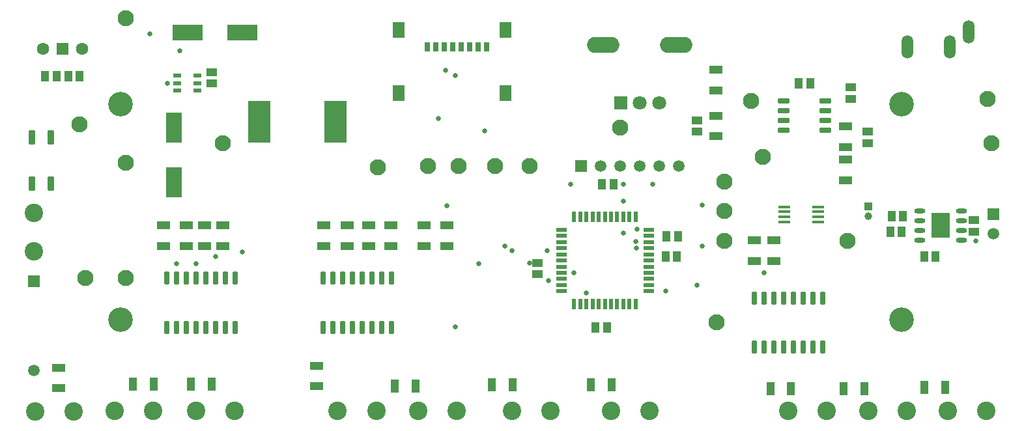
<source format=gbr>
%TF.GenerationSoftware,Altium Limited,Altium Designer,22.7.1 (60)*%
G04 Layer_Color=8388736*
%FSLAX43Y43*%
%MOMM*%
%TF.SameCoordinates,1608F762-6F3A-48E5-B14A-7665CB884DB8*%
%TF.FilePolarity,Negative*%
%TF.FileFunction,Soldermask,Top*%
%TF.Part,Single*%
G01*
G75*
%TA.AperFunction,SMDPad,CuDef*%
%ADD10R,1.346X0.508*%
%ADD11R,0.508X1.346*%
%ADD12O,1.450X0.600*%
%ADD13R,2.400X3.200*%
%ADD14R,1.100X1.400*%
%ADD15R,1.400X1.100*%
%ADD16R,0.800X1.200*%
%ADD17R,1.500X2.000*%
G04:AMPARAMS|DCode=18|XSize=1.62mm|YSize=0.6mm|CornerRadius=0.075mm|HoleSize=0mm|Usage=FLASHONLY|Rotation=90.000|XOffset=0mm|YOffset=0mm|HoleType=Round|Shape=RoundedRectangle|*
%AMROUNDEDRECTD18*
21,1,1.620,0.450,0,0,90.0*
21,1,1.470,0.600,0,0,90.0*
1,1,0.150,0.225,0.735*
1,1,0.150,0.225,-0.735*
1,1,0.150,-0.225,-0.735*
1,1,0.150,-0.225,0.735*
%
%ADD18ROUNDEDRECTD18*%
%ADD19R,1.499X0.432*%
%ADD20R,1.700X1.100*%
%ADD21R,1.100X1.700*%
G04:AMPARAMS|DCode=22|XSize=0.6mm|YSize=1.45mm|CornerRadius=0.051mm|HoleSize=0mm|Usage=FLASHONLY|Rotation=90.000|XOffset=0mm|YOffset=0mm|HoleType=Round|Shape=RoundedRectangle|*
%AMROUNDEDRECTD22*
21,1,0.600,1.348,0,0,90.0*
21,1,0.498,1.450,0,0,90.0*
1,1,0.102,0.674,0.249*
1,1,0.102,0.674,-0.249*
1,1,0.102,-0.674,-0.249*
1,1,0.102,-0.674,0.249*
%
%ADD22ROUNDEDRECTD22*%
G04:AMPARAMS|DCode=23|XSize=0.9mm|YSize=1.85mm|CornerRadius=0.225mm|HoleSize=0mm|Usage=FLASHONLY|Rotation=180.000|XOffset=0mm|YOffset=0mm|HoleType=Round|Shape=RoundedRectangle|*
%AMROUNDEDRECTD23*
21,1,0.900,1.400,0,0,180.0*
21,1,0.450,1.850,0,0,180.0*
1,1,0.450,-0.225,0.700*
1,1,0.450,0.225,0.700*
1,1,0.450,0.225,-0.700*
1,1,0.450,-0.225,-0.700*
%
%ADD23ROUNDEDRECTD23*%
%ADD24R,1.050X0.550*%
%ADD25R,2.900X5.400*%
%ADD26R,2.000X4.000*%
%ADD27R,4.000X2.000*%
%TA.AperFunction,ComponentPad*%
%ADD31C,1.000*%
%ADD32R,1.000X1.000*%
%ADD33C,2.400*%
%ADD34C,2.100*%
%ADD35C,1.800*%
%ADD36R,1.800X1.800*%
%ADD37O,4.200X2.100*%
%ADD38C,1.500*%
%ADD39R,1.500X1.500*%
%ADD40O,1.508X3.016*%
%ADD41R,1.500X1.500*%
%ADD42C,1.600*%
%ADD43R,1.600X1.600*%
%TA.AperFunction,ViaPad*%
%ADD44C,3.200*%
%ADD45C,0.650*%
D10*
X83177Y18000D02*
D03*
Y18800D02*
D03*
Y19600D02*
D03*
Y20400D02*
D03*
Y21200D02*
D03*
Y22000D02*
D03*
Y22800D02*
D03*
Y23600D02*
D03*
Y24400D02*
D03*
Y25200D02*
D03*
Y26000D02*
D03*
X71823D02*
D03*
Y25200D02*
D03*
Y24400D02*
D03*
Y23600D02*
D03*
Y22800D02*
D03*
Y22000D02*
D03*
Y21200D02*
D03*
Y20400D02*
D03*
Y19600D02*
D03*
Y18800D02*
D03*
Y18000D02*
D03*
D11*
X81500Y27677D02*
D03*
X80700D02*
D03*
X79900D02*
D03*
X79100D02*
D03*
X78300D02*
D03*
X77500D02*
D03*
X76700D02*
D03*
X75900D02*
D03*
X75100D02*
D03*
X74300D02*
D03*
X73500D02*
D03*
Y16323D02*
D03*
X74300D02*
D03*
X75100D02*
D03*
X75900D02*
D03*
X76700D02*
D03*
X77500D02*
D03*
X78300D02*
D03*
X79100D02*
D03*
X79900D02*
D03*
X80700D02*
D03*
X81500D02*
D03*
D12*
X123868Y24670D02*
D03*
Y25940D02*
D03*
Y27210D02*
D03*
Y28480D02*
D03*
X118418Y24670D02*
D03*
Y25940D02*
D03*
Y27210D02*
D03*
Y28480D02*
D03*
D13*
X121150Y26600D02*
D03*
D14*
X76250Y13250D02*
D03*
X77750D02*
D03*
X85380Y22500D02*
D03*
X86880D02*
D03*
X86983Y25153D02*
D03*
X85483D02*
D03*
X78613Y31877D02*
D03*
X77113D02*
D03*
X9250Y46000D02*
D03*
X7750D02*
D03*
X4750Y46000D02*
D03*
X6250D02*
D03*
X116080Y25750D02*
D03*
X114580D02*
D03*
X120500Y22500D02*
D03*
X119000D02*
D03*
X114750Y27750D02*
D03*
X116250D02*
D03*
X102684Y45000D02*
D03*
X104184D02*
D03*
D15*
X68750Y20205D02*
D03*
Y21705D02*
D03*
X109434Y44500D02*
D03*
Y43000D02*
D03*
X125497Y27226D02*
D03*
Y25726D02*
D03*
X26435Y45000D02*
D03*
Y46500D02*
D03*
X89434Y38750D02*
D03*
Y40250D02*
D03*
X111684Y38750D02*
D03*
Y37250D02*
D03*
D16*
X54450Y49800D02*
D03*
X55550D02*
D03*
X56650D02*
D03*
X57750D02*
D03*
X58850D02*
D03*
X59950D02*
D03*
X61050D02*
D03*
X62150D02*
D03*
D17*
X64620Y52000D02*
D03*
Y43800D02*
D03*
X50730D02*
D03*
Y52000D02*
D03*
D18*
X40894Y13305D02*
D03*
X42164D02*
D03*
X43434D02*
D03*
X44704D02*
D03*
X45974D02*
D03*
X47244D02*
D03*
X48514D02*
D03*
X49784D02*
D03*
Y19695D02*
D03*
X48514D02*
D03*
X47244D02*
D03*
X45974D02*
D03*
X44704D02*
D03*
X43434D02*
D03*
X42164D02*
D03*
X40894D02*
D03*
X96920Y10750D02*
D03*
X98190D02*
D03*
X99460D02*
D03*
X100730D02*
D03*
X102000D02*
D03*
X103270D02*
D03*
X104540D02*
D03*
X105810D02*
D03*
Y17140D02*
D03*
X104540D02*
D03*
X103270D02*
D03*
X102000D02*
D03*
X100730D02*
D03*
X99460D02*
D03*
X98190D02*
D03*
X96920D02*
D03*
X20555Y19695D02*
D03*
X21825D02*
D03*
X23095D02*
D03*
X24365D02*
D03*
X25635D02*
D03*
X26905D02*
D03*
X28175D02*
D03*
X29445D02*
D03*
Y13305D02*
D03*
X28175D02*
D03*
X26905D02*
D03*
X25635D02*
D03*
X24365D02*
D03*
X23095D02*
D03*
X21825D02*
D03*
X20555D02*
D03*
D19*
X105184Y27035D02*
D03*
Y27670D02*
D03*
Y28330D02*
D03*
Y28965D02*
D03*
X100816D02*
D03*
Y28330D02*
D03*
Y27670D02*
D03*
Y27035D02*
D03*
D20*
X96920Y24600D02*
D03*
Y21900D02*
D03*
X99460Y24600D02*
D03*
Y21900D02*
D03*
X91934Y40850D02*
D03*
Y38150D02*
D03*
X108752Y32400D02*
D03*
Y35100D02*
D03*
X49695Y23904D02*
D03*
Y26604D02*
D03*
X46830Y23900D02*
D03*
Y26600D02*
D03*
X108752Y36750D02*
D03*
Y39450D02*
D03*
X91934Y44150D02*
D03*
Y46850D02*
D03*
X57000Y26604D02*
D03*
Y23904D02*
D03*
X54000Y26604D02*
D03*
Y23904D02*
D03*
X20103D02*
D03*
Y26604D02*
D03*
X23095Y23900D02*
D03*
Y26600D02*
D03*
X43980Y23904D02*
D03*
Y26604D02*
D03*
X40945Y23904D02*
D03*
Y26604D02*
D03*
X27865Y23904D02*
D03*
Y26604D02*
D03*
X25500Y23904D02*
D03*
Y26604D02*
D03*
X6477Y5381D02*
D03*
Y8081D02*
D03*
X40005Y5635D02*
D03*
Y8335D02*
D03*
D21*
X119050Y5525D02*
D03*
X121750D02*
D03*
X108505Y5334D02*
D03*
X111205D02*
D03*
X52912Y5635D02*
D03*
X50212D02*
D03*
X65485Y5842D02*
D03*
X62785D02*
D03*
X78350D02*
D03*
X75650D02*
D03*
X101700Y5334D02*
D03*
X99000D02*
D03*
X16176Y5889D02*
D03*
X18876D02*
D03*
X23669D02*
D03*
X26369D02*
D03*
D22*
X106159Y38945D02*
D03*
Y40215D02*
D03*
Y41485D02*
D03*
Y42755D02*
D03*
X100709Y38945D02*
D03*
Y40215D02*
D03*
Y41485D02*
D03*
Y42755D02*
D03*
D23*
X3000Y31975D02*
D03*
X5500D02*
D03*
Y38025D02*
D03*
X3000D02*
D03*
D24*
X21890Y46025D02*
D03*
Y45075D02*
D03*
Y44125D02*
D03*
X24540D02*
D03*
Y45075D02*
D03*
Y46025D02*
D03*
D25*
X32550Y40050D02*
D03*
X42450D02*
D03*
D26*
X21500Y39300D02*
D03*
Y32200D02*
D03*
D27*
X30380Y51670D02*
D03*
X23280D02*
D03*
D31*
X111750Y27750D02*
D03*
D32*
Y29020D02*
D03*
D33*
X65445Y2413D02*
D03*
X70445D02*
D03*
X83300D02*
D03*
X78300D02*
D03*
X101319D02*
D03*
X106319D02*
D03*
X122087D02*
D03*
X127087D02*
D03*
X116731D02*
D03*
X111731D02*
D03*
X8469Y2365D02*
D03*
X3469D02*
D03*
X13796Y2413D02*
D03*
X18796D02*
D03*
X29365D02*
D03*
X24365D02*
D03*
X42775D02*
D03*
X47775D02*
D03*
X58253D02*
D03*
X53253D02*
D03*
X3300Y28200D02*
D03*
Y23200D02*
D03*
D34*
X92000Y14000D02*
D03*
X96500Y42750D02*
D03*
X15250Y34750D02*
D03*
X127250Y43000D02*
D03*
X15250Y53500D02*
D03*
X79500Y39250D02*
D03*
X54500Y34250D02*
D03*
X58500D02*
D03*
X63250D02*
D03*
X67750Y34250D02*
D03*
X98000Y35500D02*
D03*
X127750Y37250D02*
D03*
X109000Y24527D02*
D03*
X9250Y39750D02*
D03*
X15250Y19750D02*
D03*
X93000Y32250D02*
D03*
Y28407D02*
D03*
Y24527D02*
D03*
X10000Y19750D02*
D03*
X27865Y37250D02*
D03*
X48006Y34099D02*
D03*
D35*
X84540Y42500D02*
D03*
X82040D02*
D03*
D36*
X79540D02*
D03*
D37*
X86790Y50000D02*
D03*
X77290D02*
D03*
D38*
X3250Y7675D02*
D03*
X127987Y25514D02*
D03*
X76960Y34250D02*
D03*
X79500D02*
D03*
X82040D02*
D03*
X84580D02*
D03*
X87120D02*
D03*
D39*
X3250Y19325D02*
D03*
X127987Y28054D02*
D03*
D40*
X124750Y51750D02*
D03*
X122350Y49750D02*
D03*
X116850D02*
D03*
D41*
X74420Y34250D02*
D03*
D42*
X9540Y49500D02*
D03*
X4460D02*
D03*
D43*
X7000D02*
D03*
D44*
X116080Y14310D02*
D03*
Y42310D02*
D03*
X14580D02*
D03*
Y14310D02*
D03*
D45*
X18375Y51450D02*
D03*
X125700Y24525D02*
D03*
X65445Y23315D02*
D03*
X20675Y45075D02*
D03*
X56775Y46774D02*
D03*
X79883Y25590D02*
D03*
X58025Y46075D02*
D03*
X61850Y38850D02*
D03*
X55875Y40450D02*
D03*
X69977Y23315D02*
D03*
X98190Y20400D02*
D03*
X90170Y23876D02*
D03*
X89434Y18800D02*
D03*
X75057Y17780D02*
D03*
X61087Y21590D02*
D03*
X90170Y29210D02*
D03*
X79883Y31877D02*
D03*
X83693D02*
D03*
X73025D02*
D03*
X79883Y29718D02*
D03*
X81654Y26073D02*
D03*
X67750Y21705D02*
D03*
X64516Y23876D02*
D03*
X70200Y19417D02*
D03*
X57000Y29111D02*
D03*
X73500Y20400D02*
D03*
X81500Y24474D02*
D03*
X30353Y23114D02*
D03*
X81582Y23582D02*
D03*
X26924Y22479D02*
D03*
X24365Y21590D02*
D03*
X85380Y18000D02*
D03*
X21844Y21590D02*
D03*
X58039Y13335D02*
D03*
X22280Y49275D02*
D03*
%TF.MD5,bdcd1cd9584358a1d23aa4c34728d9c7*%
M02*

</source>
